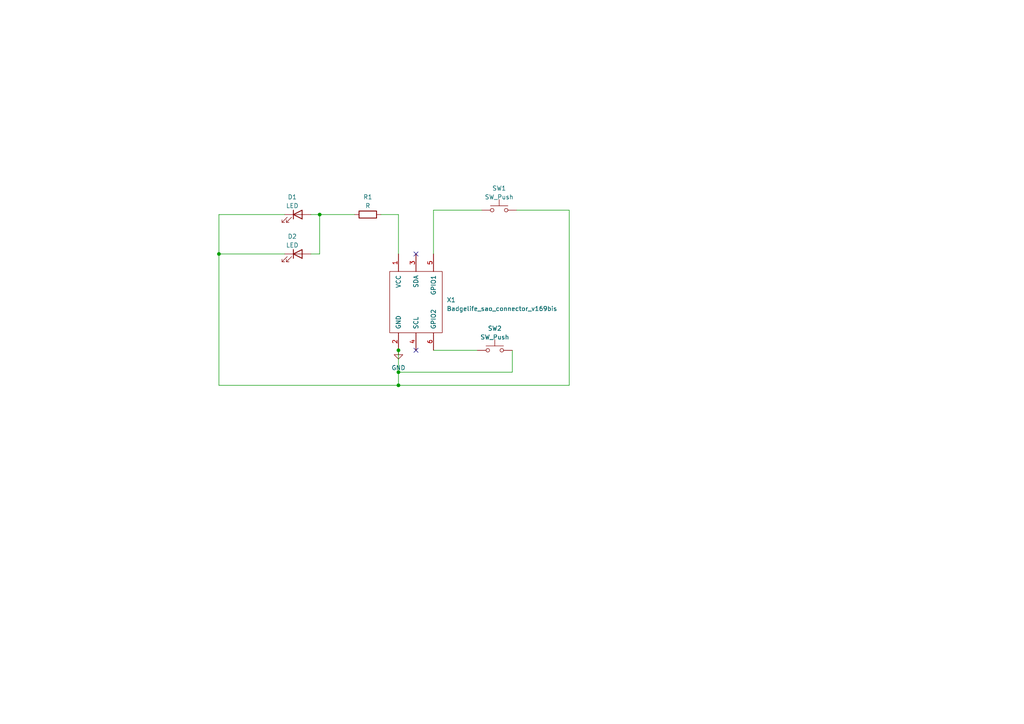
<source format=kicad_sch>
(kicad_sch (version 20230121) (generator eeschema)

  (uuid b3ef435b-9b78-4626-b03f-313cf167279c)

  (paper "A4")

  (lib_symbols
    (symbol "Device:LED" (pin_numbers hide) (pin_names (offset 1.016) hide) (in_bom yes) (on_board yes)
      (property "Reference" "D" (at 0 2.54 0)
        (effects (font (size 1.27 1.27)))
      )
      (property "Value" "LED" (at 0 -2.54 0)
        (effects (font (size 1.27 1.27)))
      )
      (property "Footprint" "" (at 0 0 0)
        (effects (font (size 1.27 1.27)) hide)
      )
      (property "Datasheet" "~" (at 0 0 0)
        (effects (font (size 1.27 1.27)) hide)
      )
      (property "ki_keywords" "LED diode" (at 0 0 0)
        (effects (font (size 1.27 1.27)) hide)
      )
      (property "ki_description" "Light emitting diode" (at 0 0 0)
        (effects (font (size 1.27 1.27)) hide)
      )
      (property "ki_fp_filters" "LED* LED_SMD:* LED_THT:*" (at 0 0 0)
        (effects (font (size 1.27 1.27)) hide)
      )
      (symbol "LED_0_1"
        (polyline
          (pts
            (xy -1.27 -1.27)
            (xy -1.27 1.27)
          )
          (stroke (width 0.254) (type default))
          (fill (type none))
        )
        (polyline
          (pts
            (xy -1.27 0)
            (xy 1.27 0)
          )
          (stroke (width 0) (type default))
          (fill (type none))
        )
        (polyline
          (pts
            (xy 1.27 -1.27)
            (xy 1.27 1.27)
            (xy -1.27 0)
            (xy 1.27 -1.27)
          )
          (stroke (width 0.254) (type default))
          (fill (type none))
        )
        (polyline
          (pts
            (xy -3.048 -0.762)
            (xy -4.572 -2.286)
            (xy -3.81 -2.286)
            (xy -4.572 -2.286)
            (xy -4.572 -1.524)
          )
          (stroke (width 0) (type default))
          (fill (type none))
        )
        (polyline
          (pts
            (xy -1.778 -0.762)
            (xy -3.302 -2.286)
            (xy -2.54 -2.286)
            (xy -3.302 -2.286)
            (xy -3.302 -1.524)
          )
          (stroke (width 0) (type default))
          (fill (type none))
        )
      )
      (symbol "LED_1_1"
        (pin passive line (at -3.81 0 0) (length 2.54)
          (name "K" (effects (font (size 1.27 1.27))))
          (number "1" (effects (font (size 1.27 1.27))))
        )
        (pin passive line (at 3.81 0 180) (length 2.54)
          (name "A" (effects (font (size 1.27 1.27))))
          (number "2" (effects (font (size 1.27 1.27))))
        )
      )
    )
    (symbol "Device:R" (pin_numbers hide) (pin_names (offset 0)) (in_bom yes) (on_board yes)
      (property "Reference" "R" (at 2.032 0 90)
        (effects (font (size 1.27 1.27)))
      )
      (property "Value" "R" (at 0 0 90)
        (effects (font (size 1.27 1.27)))
      )
      (property "Footprint" "" (at -1.778 0 90)
        (effects (font (size 1.27 1.27)) hide)
      )
      (property "Datasheet" "~" (at 0 0 0)
        (effects (font (size 1.27 1.27)) hide)
      )
      (property "ki_keywords" "R res resistor" (at 0 0 0)
        (effects (font (size 1.27 1.27)) hide)
      )
      (property "ki_description" "Resistor" (at 0 0 0)
        (effects (font (size 1.27 1.27)) hide)
      )
      (property "ki_fp_filters" "R_*" (at 0 0 0)
        (effects (font (size 1.27 1.27)) hide)
      )
      (symbol "R_0_1"
        (rectangle (start -1.016 -2.54) (end 1.016 2.54)
          (stroke (width 0.254) (type default))
          (fill (type none))
        )
      )
      (symbol "R_1_1"
        (pin passive line (at 0 3.81 270) (length 1.27)
          (name "~" (effects (font (size 1.27 1.27))))
          (number "1" (effects (font (size 1.27 1.27))))
        )
        (pin passive line (at 0 -3.81 90) (length 1.27)
          (name "~" (effects (font (size 1.27 1.27))))
          (number "2" (effects (font (size 1.27 1.27))))
        )
      )
    )
    (symbol "Switch:SW_Push" (pin_numbers hide) (pin_names (offset 1.016) hide) (in_bom yes) (on_board yes)
      (property "Reference" "SW" (at 1.27 2.54 0)
        (effects (font (size 1.27 1.27)) (justify left))
      )
      (property "Value" "SW_Push" (at 0 -1.524 0)
        (effects (font (size 1.27 1.27)))
      )
      (property "Footprint" "" (at 0 5.08 0)
        (effects (font (size 1.27 1.27)) hide)
      )
      (property "Datasheet" "~" (at 0 5.08 0)
        (effects (font (size 1.27 1.27)) hide)
      )
      (property "ki_keywords" "switch normally-open pushbutton push-button" (at 0 0 0)
        (effects (font (size 1.27 1.27)) hide)
      )
      (property "ki_description" "Push button switch, generic, two pins" (at 0 0 0)
        (effects (font (size 1.27 1.27)) hide)
      )
      (symbol "SW_Push_0_1"
        (circle (center -2.032 0) (radius 0.508)
          (stroke (width 0) (type default))
          (fill (type none))
        )
        (polyline
          (pts
            (xy 0 1.27)
            (xy 0 3.048)
          )
          (stroke (width 0) (type default))
          (fill (type none))
        )
        (polyline
          (pts
            (xy 2.54 1.27)
            (xy -2.54 1.27)
          )
          (stroke (width 0) (type default))
          (fill (type none))
        )
        (circle (center 2.032 0) (radius 0.508)
          (stroke (width 0) (type default))
          (fill (type none))
        )
        (pin passive line (at -5.08 0 0) (length 2.54)
          (name "1" (effects (font (size 1.27 1.27))))
          (number "1" (effects (font (size 1.27 1.27))))
        )
        (pin passive line (at 5.08 0 180) (length 2.54)
          (name "2" (effects (font (size 1.27 1.27))))
          (number "2" (effects (font (size 1.27 1.27))))
        )
      )
    )
    (symbol "badgelife_shitty_addon_v169bis:Badgelife_sao_connector_v169bis" (pin_names (offset 1.016)) (in_bom yes) (on_board yes)
      (property "Reference" "X" (at 0 0 0)
        (effects (font (size 1.27 1.27)))
      )
      (property "Value" "Badgelife_sao_connector_v169bis" (at 0 20.32 0)
        (effects (font (size 1.27 1.27)))
      )
      (property "Footprint" "" (at 0 5.08 0)
        (effects (font (size 1.27 1.27)) hide)
      )
      (property "Datasheet" "" (at 0 5.08 0)
        (effects (font (size 1.27 1.27)) hide)
      )
      (symbol "Badgelife_sao_connector_v169bis_0_1"
        (rectangle (start -7.62 8.89) (end 7.62 -8.89)
          (stroke (width 0) (type solid))
          (fill (type none))
        )
      )
      (symbol "Badgelife_sao_connector_v169bis_1_1"
        (pin input line (at -5.08 13.97 270) (length 5.08)
          (name "VCC" (effects (font (size 1.27 1.27))))
          (number "1" (effects (font (size 1.27 1.27))))
        )
        (pin input line (at -5.08 -13.97 90) (length 5.08)
          (name "GND" (effects (font (size 1.27 1.27))))
          (number "2" (effects (font (size 1.27 1.27))))
        )
        (pin input line (at 0 13.97 270) (length 5.08)
          (name "SDA" (effects (font (size 1.27 1.27))))
          (number "3" (effects (font (size 1.27 1.27))))
        )
        (pin input line (at 0 -13.97 90) (length 5.08)
          (name "SCL" (effects (font (size 1.27 1.27))))
          (number "4" (effects (font (size 1.27 1.27))))
        )
        (pin input line (at 5.08 13.97 270) (length 5.08)
          (name "GPIO1" (effects (font (size 1.27 1.27))))
          (number "5" (effects (font (size 1.27 1.27))))
        )
        (pin input line (at 5.08 -13.97 90) (length 5.08)
          (name "GPIO2" (effects (font (size 1.27 1.27))))
          (number "6" (effects (font (size 1.27 1.27))))
        )
      )
    )
    (symbol "power:GND" (power) (pin_names (offset 0)) (in_bom yes) (on_board yes)
      (property "Reference" "#PWR" (at 0 -6.35 0)
        (effects (font (size 1.27 1.27)) hide)
      )
      (property "Value" "GND" (at 0 -3.81 0)
        (effects (font (size 1.27 1.27)))
      )
      (property "Footprint" "" (at 0 0 0)
        (effects (font (size 1.27 1.27)) hide)
      )
      (property "Datasheet" "" (at 0 0 0)
        (effects (font (size 1.27 1.27)) hide)
      )
      (property "ki_keywords" "global power" (at 0 0 0)
        (effects (font (size 1.27 1.27)) hide)
      )
      (property "ki_description" "Power symbol creates a global label with name \"GND\" , ground" (at 0 0 0)
        (effects (font (size 1.27 1.27)) hide)
      )
      (symbol "GND_0_1"
        (polyline
          (pts
            (xy 0 0)
            (xy 0 -1.27)
            (xy 1.27 -1.27)
            (xy 0 -2.54)
            (xy -1.27 -1.27)
            (xy 0 -1.27)
          )
          (stroke (width 0) (type default))
          (fill (type none))
        )
      )
      (symbol "GND_1_1"
        (pin power_in line (at 0 0 270) (length 0) hide
          (name "GND" (effects (font (size 1.27 1.27))))
          (number "1" (effects (font (size 1.27 1.27))))
        )
      )
    )
  )


  (junction (at 115.57 107.95) (diameter 0) (color 0 0 0 0)
    (uuid 7938b37d-7007-4252-b854-cfeb0afff936)
  )
  (junction (at 115.57 111.76) (diameter 0) (color 0 0 0 0)
    (uuid 9a4d2efb-469c-4c1b-928c-e3e4d57f2faa)
  )
  (junction (at 63.5 73.66) (diameter 0) (color 0 0 0 0)
    (uuid a27e419d-feeb-47b0-9e7c-0655d5f5f7e7)
  )
  (junction (at 115.57 101.6) (diameter 0) (color 0 0 0 0)
    (uuid a51e90bd-db51-426b-a48c-7b3a143b675b)
  )
  (junction (at 92.71 62.23) (diameter 0) (color 0 0 0 0)
    (uuid d8bd07a0-1ce2-4040-9769-4b07d12872d9)
  )

  (no_connect (at 120.65 101.6) (uuid f467f840-8018-4558-9705-aba242df18e2))
  (no_connect (at 120.65 73.66) (uuid fd17caf2-ba74-43d7-b732-535a471cfd47))

  (wire (pts (xy 125.73 73.66) (xy 125.73 60.96))
    (stroke (width 0) (type default))
    (uuid 08ae2201-8ea0-4b52-853f-948a6577578b)
  )
  (wire (pts (xy 165.1 111.76) (xy 115.57 111.76))
    (stroke (width 0) (type default))
    (uuid 1dbd00fe-309b-4932-a361-8979dad0e283)
  )
  (wire (pts (xy 165.1 60.96) (xy 165.1 111.76))
    (stroke (width 0) (type default))
    (uuid 2833b48a-dc30-4c05-86f6-d2bae2c4c2fa)
  )
  (wire (pts (xy 115.57 62.23) (xy 110.49 62.23))
    (stroke (width 0) (type default))
    (uuid 2ba73294-61e8-49ae-b526-dd751b457a44)
  )
  (wire (pts (xy 149.86 60.96) (xy 165.1 60.96))
    (stroke (width 0) (type default))
    (uuid 3cdfb29b-69b4-41d3-8124-8f61e5f41645)
  )
  (wire (pts (xy 115.57 62.23) (xy 115.57 73.66))
    (stroke (width 0) (type default))
    (uuid 3e486fd9-dd52-45a6-b9d4-5a7c3e2cc632)
  )
  (wire (pts (xy 92.71 73.66) (xy 90.17 73.66))
    (stroke (width 0) (type default))
    (uuid 4064acf7-3be4-4ce7-a04b-03542e71ab19)
  )
  (wire (pts (xy 63.5 73.66) (xy 82.55 73.66))
    (stroke (width 0) (type default))
    (uuid 4eede19d-a2d6-4c27-9a6c-07a2c6999085)
  )
  (wire (pts (xy 125.73 60.96) (xy 139.7 60.96))
    (stroke (width 0) (type default))
    (uuid 5932b41c-6530-4c9e-b934-e2068c6861b1)
  )
  (wire (pts (xy 63.5 73.66) (xy 63.5 111.76))
    (stroke (width 0) (type default))
    (uuid 60706181-6042-496e-8f59-a3e34c03feeb)
  )
  (wire (pts (xy 63.5 62.23) (xy 63.5 73.66))
    (stroke (width 0) (type default))
    (uuid 6732743b-f778-4e43-a22b-69f93befe085)
  )
  (wire (pts (xy 125.73 101.6) (xy 138.43 101.6))
    (stroke (width 0) (type default))
    (uuid 7570dc29-ed23-409d-b11e-5dc165ad60ac)
  )
  (wire (pts (xy 92.71 62.23) (xy 92.71 73.66))
    (stroke (width 0) (type default))
    (uuid 764c703d-1157-4887-8557-6f50bf138596)
  )
  (wire (pts (xy 63.5 111.76) (xy 115.57 111.76))
    (stroke (width 0) (type default))
    (uuid 7bd709b0-40b5-4fd8-b1e1-8742fe179904)
  )
  (wire (pts (xy 115.57 111.76) (xy 115.57 107.95))
    (stroke (width 0) (type default))
    (uuid 88d217cc-7c4a-44a4-9cbe-d700b9af163e)
  )
  (wire (pts (xy 115.57 107.95) (xy 115.57 101.6))
    (stroke (width 0) (type default))
    (uuid 9d6ee27c-1f44-4130-b4ab-1907f513043d)
  )
  (wire (pts (xy 148.59 107.95) (xy 115.57 107.95))
    (stroke (width 0) (type default))
    (uuid b8f0b844-2c03-4e34-9e21-925205f1dc76)
  )
  (wire (pts (xy 90.17 62.23) (xy 92.71 62.23))
    (stroke (width 0) (type default))
    (uuid bb3c67df-7242-4335-bd8f-8c809d53d756)
  )
  (wire (pts (xy 82.55 62.23) (xy 63.5 62.23))
    (stroke (width 0) (type default))
    (uuid bbd8eb2c-c828-4e3c-bc97-f0dd1d13b356)
  )
  (wire (pts (xy 148.59 101.6) (xy 148.59 107.95))
    (stroke (width 0) (type default))
    (uuid d8e750cf-6f1f-45d2-b496-e5f75cdbd675)
  )
  (wire (pts (xy 92.71 62.23) (xy 102.87 62.23))
    (stroke (width 0) (type default))
    (uuid e8b77e52-8a24-4086-a03a-7e2a38c5a139)
  )

  (symbol (lib_id "badgelife_shitty_addon_v169bis:Badgelife_sao_connector_v169bis") (at 120.65 87.63 0) (unit 1)
    (in_bom yes) (on_board yes) (dnp no) (fields_autoplaced)
    (uuid 0565ee72-f940-4d3e-8323-ec0fc983e9d4)
    (property "Reference" "X1" (at 129.54 86.995 0)
      (effects (font (size 1.27 1.27)) (justify left))
    )
    (property "Value" "Badgelife_sao_connector_v169bis" (at 129.54 89.535 0)
      (effects (font (size 1.27 1.27)) (justify left))
    )
    (property "Footprint" "badgelife_sao_v169bis:Badgelife-SAOv169-SAO-2x3" (at 120.65 82.55 0)
      (effects (font (size 1.27 1.27)) hide)
    )
    (property "Datasheet" "" (at 120.65 82.55 0)
      (effects (font (size 1.27 1.27)) hide)
    )
    (pin "1" (uuid 04ebc679-85fc-490d-a0ca-713de996a715))
    (pin "2" (uuid 92ffa153-bfe8-49a5-89ad-8c3d98d12d37))
    (pin "3" (uuid 1e80ad8b-de43-4926-ad7c-d065cf9a5c47))
    (pin "4" (uuid 7e5dc0eb-e30f-40e5-8e80-706a3b75d3b3))
    (pin "5" (uuid ef947a7b-907a-4816-b845-733c0dfd3548))
    (pin "6" (uuid 2140b0ad-ac19-4ebc-b824-2f92bc9eebe4))
    (instances
      (project "DC32H4X0R"
        (path "/b3ef435b-9b78-4626-b03f-313cf167279c"
          (reference "X1") (unit 1)
        )
      )
    )
  )

  (symbol (lib_id "power:GND") (at 115.57 101.6 0) (unit 1)
    (in_bom yes) (on_board yes) (dnp no) (fields_autoplaced)
    (uuid 05b164a7-1027-4192-a470-97a6221b8657)
    (property "Reference" "#PWR01" (at 115.57 107.95 0)
      (effects (font (size 1.27 1.27)) hide)
    )
    (property "Value" "GND" (at 115.57 106.68 0)
      (effects (font (size 1.27 1.27)))
    )
    (property "Footprint" "" (at 115.57 101.6 0)
      (effects (font (size 1.27 1.27)) hide)
    )
    (property "Datasheet" "" (at 115.57 101.6 0)
      (effects (font (size 1.27 1.27)) hide)
    )
    (pin "1" (uuid 55a78e25-3106-4262-8ac5-7db58c966a4a))
    (instances
      (project "DC32H4X0R"
        (path "/b3ef435b-9b78-4626-b03f-313cf167279c"
          (reference "#PWR01") (unit 1)
        )
      )
    )
  )

  (symbol (lib_id "Device:LED") (at 86.36 73.66 0) (unit 1)
    (in_bom yes) (on_board yes) (dnp no) (fields_autoplaced)
    (uuid 4610aec4-41b1-4b5a-8a16-fa4e0ef2f299)
    (property "Reference" "D2" (at 84.7725 68.58 0)
      (effects (font (size 1.27 1.27)))
    )
    (property "Value" "LED" (at 84.7725 71.12 0)
      (effects (font (size 1.27 1.27)))
    )
    (property "Footprint" "LED_SMD:LED_0805_2012Metric_Pad1.15x1.40mm_HandSolder" (at 86.36 73.66 0)
      (effects (font (size 1.27 1.27)) hide)
    )
    (property "Datasheet" "~" (at 86.36 73.66 0)
      (effects (font (size 1.27 1.27)) hide)
    )
    (pin "1" (uuid f75547e6-41f4-4b40-bd60-4c2e64d4930d))
    (pin "2" (uuid ca61ac76-263b-49e0-bb1b-51003612c600))
    (instances
      (project "DC32H4X0R"
        (path "/b3ef435b-9b78-4626-b03f-313cf167279c"
          (reference "D2") (unit 1)
        )
      )
    )
  )

  (symbol (lib_id "Device:R") (at 106.68 62.23 90) (unit 1)
    (in_bom yes) (on_board yes) (dnp no) (fields_autoplaced)
    (uuid 4f22e1ea-a3f2-457f-abd6-706340442328)
    (property "Reference" "R1" (at 106.68 57.15 90)
      (effects (font (size 1.27 1.27)))
    )
    (property "Value" "R" (at 106.68 59.69 90)
      (effects (font (size 1.27 1.27)))
    )
    (property "Footprint" "Resistor_SMD:R_0805_2012Metric_Pad1.20x1.40mm_HandSolder" (at 106.68 64.008 90)
      (effects (font (size 1.27 1.27)) hide)
    )
    (property "Datasheet" "~" (at 106.68 62.23 0)
      (effects (font (size 1.27 1.27)) hide)
    )
    (pin "1" (uuid 362f568e-2088-4ede-89d6-bb433fb086c0))
    (pin "2" (uuid df8fafde-5c3e-4e54-b427-28564a752a5d))
    (instances
      (project "DC32H4X0R"
        (path "/b3ef435b-9b78-4626-b03f-313cf167279c"
          (reference "R1") (unit 1)
        )
      )
    )
  )

  (symbol (lib_id "Switch:SW_Push") (at 143.51 101.6 0) (unit 1)
    (in_bom yes) (on_board yes) (dnp no) (fields_autoplaced)
    (uuid 9fad510c-709f-48df-ab5e-601408c5e79a)
    (property "Reference" "SW2" (at 143.51 95.25 0)
      (effects (font (size 1.27 1.27)))
    )
    (property "Value" "SW_Push" (at 143.51 97.79 0)
      (effects (font (size 1.27 1.27)))
    )
    (property "Footprint" "Button_Switch_THT:SW_PUSH_6mm" (at 143.51 96.52 0)
      (effects (font (size 1.27 1.27)) hide)
    )
    (property "Datasheet" "~" (at 143.51 96.52 0)
      (effects (font (size 1.27 1.27)) hide)
    )
    (pin "1" (uuid d1281cd0-f67a-43b3-850d-153a8db35640))
    (pin "2" (uuid 17f9a030-f2f8-47e5-b5e8-143b3c07b275))
    (instances
      (project "DC32H4X0R"
        (path "/b3ef435b-9b78-4626-b03f-313cf167279c"
          (reference "SW2") (unit 1)
        )
      )
    )
  )

  (symbol (lib_id "Device:LED") (at 86.36 62.23 0) (unit 1)
    (in_bom yes) (on_board yes) (dnp no) (fields_autoplaced)
    (uuid b8f9189f-1c1c-468c-ac3d-0bcd7c5068ed)
    (property "Reference" "D1" (at 84.7725 57.15 0)
      (effects (font (size 1.27 1.27)))
    )
    (property "Value" "LED" (at 84.7725 59.69 0)
      (effects (font (size 1.27 1.27)))
    )
    (property "Footprint" "LED_SMD:LED_0603_1608Metric_Pad1.05x0.95mm_HandSolder" (at 86.36 62.23 0)
      (effects (font (size 1.27 1.27)) hide)
    )
    (property "Datasheet" "~" (at 86.36 62.23 0)
      (effects (font (size 1.27 1.27)) hide)
    )
    (pin "1" (uuid eb5b0c41-8925-4692-95ef-15f3ef2a39d9))
    (pin "2" (uuid 9629a0c4-70d8-40ed-8798-d69e45e582e5))
    (instances
      (project "DC32H4X0R"
        (path "/b3ef435b-9b78-4626-b03f-313cf167279c"
          (reference "D1") (unit 1)
        )
      )
    )
  )

  (symbol (lib_id "Switch:SW_Push") (at 144.78 60.96 0) (unit 1)
    (in_bom yes) (on_board yes) (dnp no) (fields_autoplaced)
    (uuid d33e2b98-860d-4def-8a13-7e967526fda5)
    (property "Reference" "SW1" (at 144.78 54.61 0)
      (effects (font (size 1.27 1.27)))
    )
    (property "Value" "SW_Push" (at 144.78 57.15 0)
      (effects (font (size 1.27 1.27)))
    )
    (property "Footprint" "Button_Switch_THT:SW_PUSH_6mm" (at 144.78 55.88 0)
      (effects (font (size 1.27 1.27)) hide)
    )
    (property "Datasheet" "~" (at 144.78 55.88 0)
      (effects (font (size 1.27 1.27)) hide)
    )
    (pin "1" (uuid 479dd626-b4f7-460a-bb8c-359e20a83aa9))
    (pin "2" (uuid 1f0ea9dd-ddf6-446c-9a3d-16f7c0f925f9))
    (instances
      (project "DC32H4X0R"
        (path "/b3ef435b-9b78-4626-b03f-313cf167279c"
          (reference "SW1") (unit 1)
        )
      )
    )
  )

  (sheet_instances
    (path "/" (page "1"))
  )
)

</source>
